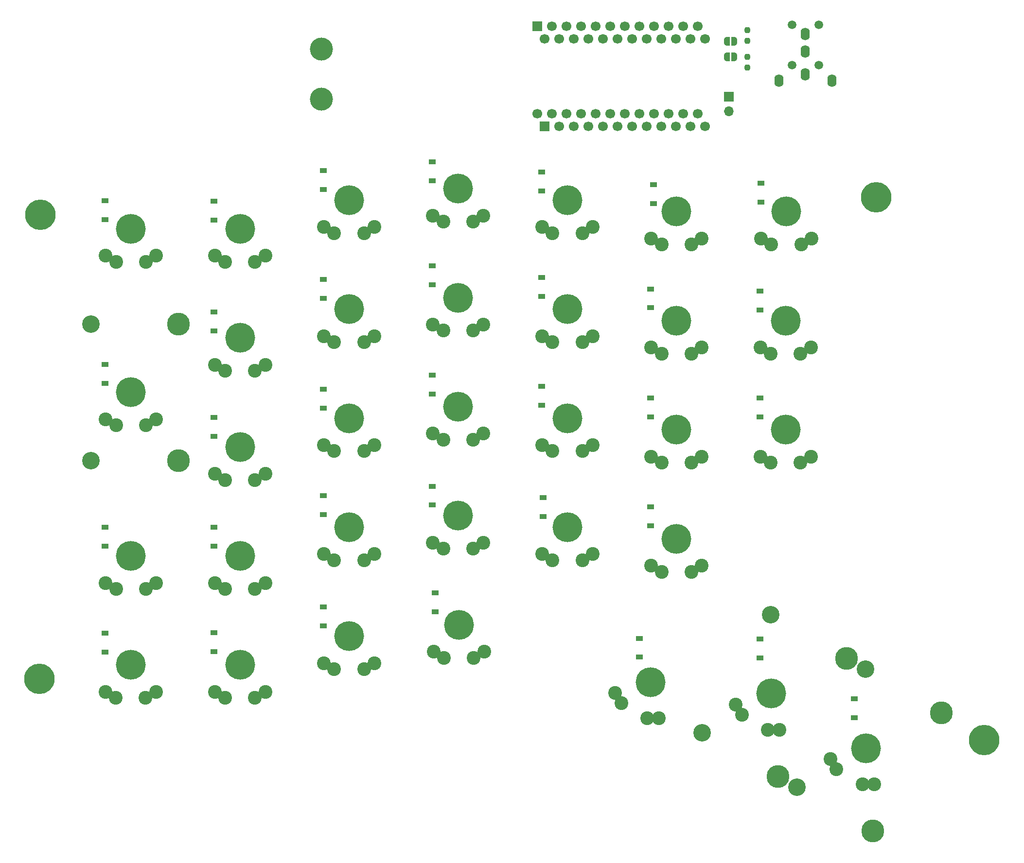
<source format=gbr>
%TF.GenerationSoftware,KiCad,Pcbnew,6.0.11-2627ca5db0~126~ubuntu20.04.1*%
%TF.CreationDate,2023-03-30T17:12:58+02:00*%
%TF.ProjectId,ergodash-low,6572676f-6461-4736-982d-6c6f772e6b69,rev?*%
%TF.SameCoordinates,Original*%
%TF.FileFunction,Soldermask,Bot*%
%TF.FilePolarity,Negative*%
%FSLAX46Y46*%
G04 Gerber Fmt 4.6, Leading zero omitted, Abs format (unit mm)*
G04 Created by KiCad (PCBNEW 6.0.11-2627ca5db0~126~ubuntu20.04.1) date 2023-03-30 17:12:58*
%MOMM*%
%LPD*%
G01*
G04 APERTURE LIST*
G04 Aperture macros list*
%AMRoundRect*
0 Rectangle with rounded corners*
0 $1 Rounding radius*
0 $2 $3 $4 $5 $6 $7 $8 $9 X,Y pos of 4 corners*
0 Add a 4 corners polygon primitive as box body*
4,1,4,$2,$3,$4,$5,$6,$7,$8,$9,$2,$3,0*
0 Add four circle primitives for the rounded corners*
1,1,$1+$1,$2,$3*
1,1,$1+$1,$4,$5*
1,1,$1+$1,$6,$7*
1,1,$1+$1,$8,$9*
0 Add four rect primitives between the rounded corners*
20,1,$1+$1,$2,$3,$4,$5,0*
20,1,$1+$1,$4,$5,$6,$7,0*
20,1,$1+$1,$6,$7,$8,$9,0*
20,1,$1+$1,$8,$9,$2,$3,0*%
%AMFreePoly0*
4,1,22,0.500000,-0.750000,0.000000,-0.750000,0.000000,-0.745033,-0.079941,-0.743568,-0.215256,-0.701293,-0.333266,-0.622738,-0.424486,-0.514219,-0.481581,-0.384460,-0.499164,-0.250000,-0.500000,-0.250000,-0.500000,0.250000,-0.499164,0.250000,-0.499963,0.256109,-0.478152,0.396186,-0.417904,0.524511,-0.324060,0.630769,-0.204165,0.706417,-0.067858,0.745374,0.000000,0.744959,0.000000,0.750000,
0.500000,0.750000,0.500000,-0.750000,0.500000,-0.750000,$1*%
%AMFreePoly1*
4,1,20,0.000000,0.744959,0.073905,0.744508,0.209726,0.703889,0.328688,0.626782,0.421226,0.519385,0.479903,0.390333,0.500000,0.250000,0.500000,-0.250000,0.499851,-0.262216,0.476331,-0.402017,0.414519,-0.529596,0.319384,-0.634700,0.198574,-0.708877,0.061801,-0.746166,0.000000,-0.745033,0.000000,-0.750000,-0.500000,-0.750000,-0.500000,0.750000,0.000000,0.750000,0.000000,0.744959,
0.000000,0.744959,$1*%
G04 Aperture macros list end*
%ADD10C,1.500000*%
%ADD11O,1.600000X2.200000*%
%ADD12C,5.200000*%
%ADD13C,2.400000*%
%ADD14C,3.987800*%
%ADD15C,3.048000*%
%ADD16C,4.000000*%
%ADD17C,5.300000*%
%ADD18R,1.700000X1.700000*%
%ADD19O,1.700000X1.700000*%
%ADD20C,1.700000*%
%ADD21R,1.200000X0.900000*%
%ADD22FreePoly0,0.000000*%
%ADD23FreePoly1,0.000000*%
%ADD24RoundRect,0.237500X0.237500X-0.250000X0.237500X0.250000X-0.237500X0.250000X-0.237500X-0.250000X0*%
%ADD25RoundRect,0.237500X-0.237500X0.250000X-0.237500X-0.250000X0.237500X-0.250000X0.237500X0.250000X0*%
G04 APERTURE END LIST*
D10*
%TO.C,J2*%
X161750000Y-19487500D03*
X161750000Y-26487500D03*
X157150000Y-26487500D03*
X157150000Y-19487500D03*
D11*
X159450000Y-28087500D03*
X159450000Y-24087500D03*
X159450000Y-21087500D03*
X154850000Y-29187500D03*
X164050000Y-29187500D03*
%TD*%
D12*
%TO.C,SW7*%
X61000000Y-93000000D03*
D13*
X63600000Y-98750000D03*
X65400000Y-97700000D03*
X58400000Y-98750000D03*
X56600000Y-97700000D03*
%TD*%
D12*
%TO.C,SW1*%
X42000000Y-55000000D03*
D13*
X44600000Y-60750000D03*
X46400000Y-59700000D03*
X39400000Y-60750000D03*
X37600000Y-59700000D03*
%TD*%
D12*
%TO.C,SW3*%
X42000000Y-112000000D03*
D13*
X46400000Y-116700000D03*
X44600000Y-117750000D03*
X37600000Y-116700000D03*
X39400000Y-117750000D03*
%TD*%
D12*
%TO.C,SW21*%
X118000000Y-69000000D03*
D13*
X122400000Y-73700000D03*
X120600000Y-74750000D03*
X115400000Y-74750000D03*
X113600000Y-73700000D03*
%TD*%
D12*
%TO.C,SW15*%
X99000000Y-48000000D03*
D13*
X103400000Y-52700000D03*
X101600000Y-53750000D03*
X96400000Y-53750000D03*
X94600000Y-52700000D03*
%TD*%
D12*
%TO.C,SW11*%
X80000000Y-69000000D03*
D13*
X84400000Y-73700000D03*
X82600000Y-74750000D03*
X77400000Y-74750000D03*
X75600000Y-73700000D03*
%TD*%
D12*
%TO.C,SW32*%
X156000000Y-90000000D03*
D13*
X160400000Y-94700000D03*
X158600000Y-95750000D03*
X153400000Y-95750000D03*
X151600000Y-94700000D03*
%TD*%
D14*
%TO.C,SW29*%
X166599040Y-129821798D03*
D12*
X153500000Y-136000000D03*
D15*
X141500813Y-142813202D03*
D14*
X154699040Y-150433202D03*
D15*
X153400813Y-122201798D03*
D13*
X154960512Y-142270319D03*
X152876666Y-142279646D03*
X148373334Y-139679646D03*
X147339488Y-137870319D03*
%TD*%
D12*
%TO.C,SW25*%
X137000000Y-52000000D03*
D13*
X139600000Y-57750000D03*
X141400000Y-56700000D03*
X132600000Y-56700000D03*
X134400000Y-57750000D03*
%TD*%
D12*
%TO.C,SW14*%
X80000000Y-126000000D03*
D13*
X84400000Y-130700000D03*
X82600000Y-131750000D03*
X75600000Y-130700000D03*
X77400000Y-131750000D03*
%TD*%
D12*
%TO.C,SW24*%
X132500000Y-134000000D03*
D13*
X131876666Y-140279646D03*
X133960512Y-140270319D03*
X127373334Y-137679646D03*
X126339488Y-135870319D03*
%TD*%
D16*
%TO.C,H6*%
X75150000Y-32400000D03*
%TD*%
D12*
%TO.C,SW8*%
X61000000Y-112000000D03*
D13*
X63600000Y-117750000D03*
X65400000Y-116700000D03*
X58400000Y-117750000D03*
X56600000Y-116700000D03*
%TD*%
D14*
%TO.C,SW33*%
X183099040Y-139321798D03*
D12*
X170000000Y-145500000D03*
D14*
X171199040Y-159933202D03*
D15*
X158000813Y-152313202D03*
X169900813Y-131701798D03*
D13*
X169376666Y-151779646D03*
X171460512Y-151770319D03*
X164873334Y-149179646D03*
X163839488Y-147370319D03*
%TD*%
D12*
%TO.C,SW16*%
X99000000Y-67000000D03*
D13*
X103400000Y-71700000D03*
X101600000Y-72750000D03*
X94600000Y-71700000D03*
X96400000Y-72750000D03*
%TD*%
D12*
%TO.C,SW31*%
X156000000Y-71000000D03*
D13*
X158600000Y-76750000D03*
X160400000Y-75700000D03*
X151600000Y-75700000D03*
X153400000Y-76750000D03*
%TD*%
D12*
%TO.C,SW9*%
X61000000Y-131000000D03*
D13*
X65400000Y-135700000D03*
X63600000Y-136750000D03*
X56600000Y-135700000D03*
X58400000Y-136750000D03*
%TD*%
D17*
%TO.C,H3*%
X26100000Y-133400000D03*
%TD*%
%TO.C,H1*%
X26200000Y-52600000D03*
%TD*%
D12*
%TO.C,SW6*%
X61000000Y-74000000D03*
D13*
X65400000Y-78700000D03*
X63600000Y-79750000D03*
X56600000Y-78700000D03*
X58400000Y-79750000D03*
%TD*%
D12*
%TO.C,SW27*%
X137000000Y-90000000D03*
D13*
X141400000Y-94700000D03*
X139600000Y-95750000D03*
X134400000Y-95750000D03*
X132600000Y-94700000D03*
%TD*%
D12*
%TO.C,SW5*%
X61000000Y-55000000D03*
D13*
X65400000Y-59700000D03*
X63600000Y-60750000D03*
X58400000Y-60750000D03*
X56600000Y-59700000D03*
%TD*%
D12*
%TO.C,SW28*%
X137000000Y-109000000D03*
D13*
X139600000Y-114750000D03*
X141400000Y-113700000D03*
X132600000Y-113700000D03*
X134400000Y-114750000D03*
%TD*%
D18*
%TO.C,J1*%
X146150000Y-31975000D03*
D19*
X146150000Y-34515000D03*
%TD*%
D17*
%TO.C,H2*%
X171800000Y-49500000D03*
%TD*%
D12*
%TO.C,SW4*%
X41950000Y-131000000D03*
D13*
X44550000Y-136750000D03*
X46350000Y-135700000D03*
X39350000Y-136750000D03*
X37550000Y-135700000D03*
%TD*%
D12*
%TO.C,SW19*%
X99100000Y-124000000D03*
D13*
X101700000Y-129750000D03*
X103500000Y-128700000D03*
X96500000Y-129750000D03*
X94700000Y-128700000D03*
%TD*%
D18*
%TO.C,U1*%
X114030000Y-37120000D03*
D20*
X116570000Y-37120000D03*
X119110000Y-37120000D03*
X121650000Y-37120000D03*
X124190000Y-37120000D03*
X126730000Y-37120000D03*
X129270000Y-37120000D03*
X131810000Y-37120000D03*
X134350000Y-37120000D03*
X136890000Y-37120000D03*
X139430000Y-37120000D03*
X141970000Y-37120000D03*
X141970000Y-21880000D03*
X139430000Y-21880000D03*
X136890000Y-21880000D03*
X134350000Y-21880000D03*
X131810000Y-21880000D03*
X129270000Y-21880000D03*
X126730000Y-21880000D03*
X124190000Y-21880000D03*
X121650000Y-21880000D03*
X119110000Y-21880000D03*
X116570000Y-21880000D03*
X114030000Y-21880000D03*
%TD*%
D12*
%TO.C,SW26*%
X137000000Y-71000000D03*
D13*
X141400000Y-75700000D03*
X139600000Y-76750000D03*
X132600000Y-75700000D03*
X134400000Y-76750000D03*
%TD*%
D12*
%TO.C,SW17*%
X99000000Y-86000000D03*
D13*
X101600000Y-91750000D03*
X103400000Y-90700000D03*
X94600000Y-90700000D03*
X96400000Y-91750000D03*
%TD*%
D12*
%TO.C,SW12*%
X80000000Y-88000000D03*
D13*
X84400000Y-92700000D03*
X82600000Y-93750000D03*
X75600000Y-92700000D03*
X77400000Y-93750000D03*
%TD*%
D12*
%TO.C,SW22*%
X118000000Y-88000000D03*
D13*
X120600000Y-93750000D03*
X122400000Y-92700000D03*
X113600000Y-92700000D03*
X115400000Y-93750000D03*
%TD*%
D17*
%TO.C,H4*%
X190600000Y-144100000D03*
%TD*%
D12*
%TO.C,SW23*%
X118000000Y-107000000D03*
D13*
X120600000Y-112750000D03*
X122400000Y-111700000D03*
X115400000Y-112750000D03*
X113600000Y-111700000D03*
%TD*%
D12*
%TO.C,SW10*%
X80000000Y-50000000D03*
D13*
X84400000Y-54700000D03*
X82600000Y-55750000D03*
X75600000Y-54700000D03*
X77400000Y-55750000D03*
%TD*%
D12*
%TO.C,SW13*%
X80000000Y-107000000D03*
D13*
X82600000Y-112750000D03*
X84400000Y-111700000D03*
X75600000Y-111700000D03*
X77400000Y-112750000D03*
%TD*%
D12*
%TO.C,SW20*%
X118000000Y-50000000D03*
D13*
X122400000Y-54700000D03*
X120600000Y-55750000D03*
X113600000Y-54700000D03*
X115400000Y-55750000D03*
%TD*%
D12*
%TO.C,SW30*%
X156100000Y-52000000D03*
D13*
X158700000Y-57750000D03*
X160500000Y-56700000D03*
X151700000Y-56700000D03*
X153500000Y-57750000D03*
%TD*%
D16*
%TO.C,H5*%
X75200000Y-23700000D03*
%TD*%
D12*
%TO.C,SW2*%
X42000000Y-83500000D03*
D15*
X35015000Y-71600000D03*
X35015000Y-95400000D03*
D14*
X50255000Y-95400000D03*
X50255000Y-71600000D03*
D13*
X46400000Y-88200000D03*
X44600000Y-89250000D03*
X39400000Y-89250000D03*
X37600000Y-88200000D03*
%TD*%
D12*
%TO.C,SW18*%
X99000000Y-105000000D03*
D13*
X103400000Y-109700000D03*
X101600000Y-110750000D03*
X94600000Y-109700000D03*
X96400000Y-110750000D03*
%TD*%
D21*
%TO.C,D12*%
X75500000Y-82975000D03*
X75500000Y-86275000D03*
%TD*%
%TO.C,D9*%
X56500000Y-125350000D03*
X56500000Y-128650000D03*
%TD*%
%TO.C,D2*%
X37500000Y-78600000D03*
X37500000Y-81900000D03*
%TD*%
%TO.C,D23*%
X113800000Y-101850000D03*
X113800000Y-105150000D03*
%TD*%
%TO.C,D13*%
X75500000Y-101475000D03*
X75500000Y-104775000D03*
%TD*%
%TO.C,D25*%
X133000000Y-47350000D03*
X133000000Y-50650000D03*
%TD*%
%TO.C,D32*%
X151500000Y-84475000D03*
X151500000Y-87775000D03*
%TD*%
D22*
%TO.C,JP1*%
X145750000Y-22300000D03*
D23*
X147050000Y-22300000D03*
%TD*%
D24*
%TO.C,R2*%
X149325000Y-26887500D03*
X149325000Y-25062500D03*
%TD*%
D21*
%TO.C,D16*%
X94500000Y-61475000D03*
X94500000Y-64775000D03*
%TD*%
D18*
%TO.C,U2*%
X112780000Y-19680000D03*
D20*
X115320000Y-19680000D03*
X117860000Y-19680000D03*
X120400000Y-19680000D03*
X122940000Y-19680000D03*
X125480000Y-19680000D03*
X128020000Y-19680000D03*
X130560000Y-19680000D03*
X133100000Y-19680000D03*
X135640000Y-19680000D03*
X138180000Y-19680000D03*
X140720000Y-19680000D03*
X140720000Y-34920000D03*
X138180000Y-34920000D03*
X135640000Y-34920000D03*
X133100000Y-34920000D03*
X130560000Y-34920000D03*
X128020000Y-34920000D03*
X125480000Y-34920000D03*
X122940000Y-34920000D03*
X120400000Y-34920000D03*
X117860000Y-34920000D03*
X115320000Y-34920000D03*
X112780000Y-34920000D03*
%TD*%
D21*
%TO.C,D17*%
X94500000Y-80475000D03*
X94500000Y-83775000D03*
%TD*%
%TO.C,D24*%
X130500000Y-126350000D03*
X130500000Y-129650000D03*
%TD*%
%TO.C,D27*%
X132500000Y-84475000D03*
X132500000Y-87775000D03*
%TD*%
%TO.C,D15*%
X94500000Y-43350000D03*
X94500000Y-46650000D03*
%TD*%
D22*
%TO.C,JP2*%
X145750000Y-25050000D03*
D23*
X147050000Y-25050000D03*
%TD*%
D21*
%TO.C,D19*%
X95000000Y-118475000D03*
X95000000Y-121775000D03*
%TD*%
%TO.C,D22*%
X113500000Y-82475000D03*
X113500000Y-85775000D03*
%TD*%
%TO.C,D30*%
X151750000Y-47100000D03*
X151750000Y-50400000D03*
%TD*%
D25*
%TO.C,R1*%
X149300000Y-20412500D03*
X149300000Y-22237500D03*
%TD*%
D21*
%TO.C,D29*%
X151500000Y-126475000D03*
X151500000Y-129775000D03*
%TD*%
%TO.C,D33*%
X168000000Y-136850000D03*
X168000000Y-140150000D03*
%TD*%
%TO.C,D31*%
X151500000Y-65850000D03*
X151500000Y-69150000D03*
%TD*%
%TO.C,D11*%
X75500000Y-63850000D03*
X75500000Y-67150000D03*
%TD*%
%TO.C,D5*%
X56500000Y-50175000D03*
X56500000Y-53475000D03*
%TD*%
%TO.C,D14*%
X75500000Y-120850000D03*
X75500000Y-124150000D03*
%TD*%
%TO.C,D10*%
X75500000Y-44850000D03*
X75500000Y-48150000D03*
%TD*%
%TO.C,D18*%
X94500000Y-99850000D03*
X94500000Y-103150000D03*
%TD*%
%TO.C,D3*%
X37500000Y-106975000D03*
X37500000Y-110275000D03*
%TD*%
%TO.C,D1*%
X37500000Y-50125000D03*
X37500000Y-53425000D03*
%TD*%
%TO.C,D28*%
X132500000Y-103475000D03*
X132500000Y-106775000D03*
%TD*%
%TO.C,D26*%
X132500000Y-65475000D03*
X132500000Y-68775000D03*
%TD*%
%TO.C,D20*%
X113500000Y-45100000D03*
X113500000Y-48400000D03*
%TD*%
%TO.C,D4*%
X37500000Y-125475000D03*
X37500000Y-128775000D03*
%TD*%
%TO.C,D21*%
X113500000Y-63475000D03*
X113500000Y-66775000D03*
%TD*%
%TO.C,D8*%
X56500000Y-106975000D03*
X56500000Y-110275000D03*
%TD*%
%TO.C,D6*%
X56500000Y-69500000D03*
X56500000Y-72800000D03*
%TD*%
%TO.C,D7*%
X56500000Y-87850000D03*
X56500000Y-91150000D03*
%TD*%
M02*

</source>
